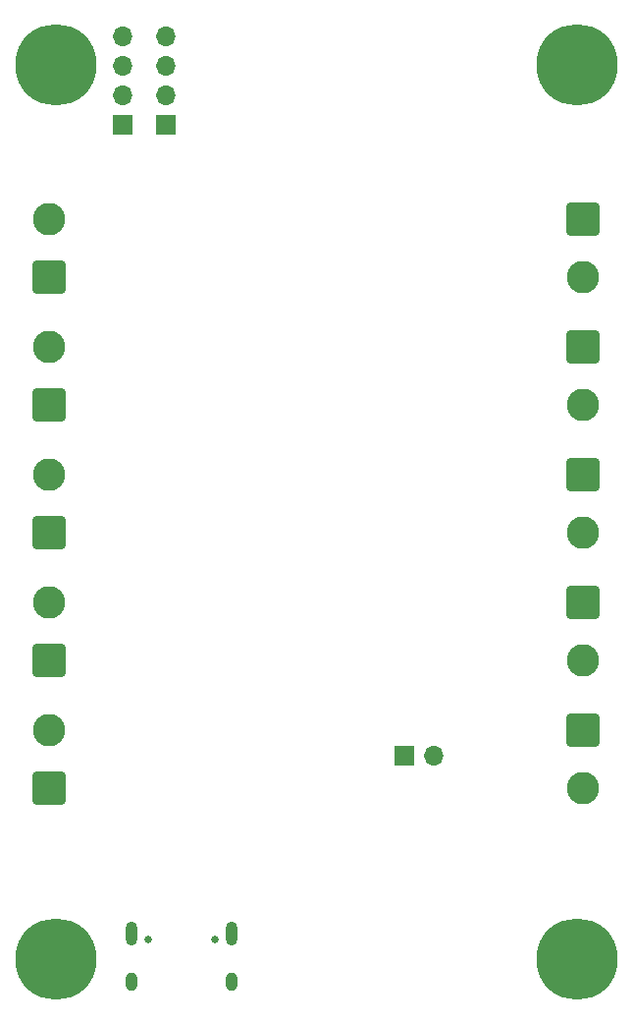
<source format=gbr>
%TF.GenerationSoftware,KiCad,Pcbnew,9.0.3*%
%TF.CreationDate,2025-07-12T21:26:52+09:00*%
%TF.ProjectId,AViC m4,41566943-206d-4342-9e6b-696361645f70,rev?*%
%TF.SameCoordinates,Original*%
%TF.FileFunction,Soldermask,Bot*%
%TF.FilePolarity,Negative*%
%FSLAX46Y46*%
G04 Gerber Fmt 4.6, Leading zero omitted, Abs format (unit mm)*
G04 Created by KiCad (PCBNEW 9.0.3) date 2025-07-12 21:26:52*
%MOMM*%
%LPD*%
G01*
G04 APERTURE LIST*
G04 Aperture macros list*
%AMRoundRect*
0 Rectangle with rounded corners*
0 $1 Rounding radius*
0 $2 $3 $4 $5 $6 $7 $8 $9 X,Y pos of 4 corners*
0 Add a 4 corners polygon primitive as box body*
4,1,4,$2,$3,$4,$5,$6,$7,$8,$9,$2,$3,0*
0 Add four circle primitives for the rounded corners*
1,1,$1+$1,$2,$3*
1,1,$1+$1,$4,$5*
1,1,$1+$1,$6,$7*
1,1,$1+$1,$8,$9*
0 Add four rect primitives between the rounded corners*
20,1,$1+$1,$2,$3,$4,$5,0*
20,1,$1+$1,$4,$5,$6,$7,0*
20,1,$1+$1,$6,$7,$8,$9,0*
20,1,$1+$1,$8,$9,$2,$3,0*%
G04 Aperture macros list end*
%ADD10R,1.700000X1.700000*%
%ADD11O,1.700000X1.700000*%
%ADD12RoundRect,0.250001X-1.149999X1.149999X-1.149999X-1.149999X1.149999X-1.149999X1.149999X1.149999X0*%
%ADD13C,2.800000*%
%ADD14RoundRect,0.250001X1.149999X-1.149999X1.149999X1.149999X-1.149999X1.149999X-1.149999X-1.149999X0*%
%ADD15C,7.000000*%
%ADD16C,0.650000*%
%ADD17O,1.000000X2.100000*%
%ADD18O,1.000000X1.600000*%
G04 APERTURE END LIST*
D10*
%TO.C,J12*%
X186250000Y-63600000D03*
D11*
X186250000Y-61060000D03*
X186250000Y-58520000D03*
X186250000Y-55980000D03*
%TD*%
D12*
%TO.C,J13*%
X226032500Y-82750000D03*
D13*
X226032500Y-87750000D03*
%TD*%
D14*
%TO.C,J7*%
X179967500Y-98750000D03*
D13*
X179967500Y-93750000D03*
%TD*%
D15*
%TO.C,H2*%
X225500000Y-58500000D03*
%TD*%
D14*
%TO.C,J9*%
X179967500Y-109750000D03*
D13*
X179967500Y-104750000D03*
%TD*%
D12*
%TO.C,J16*%
X226032500Y-115750000D03*
D13*
X226032500Y-120750000D03*
%TD*%
D15*
%TO.C,H3*%
X225500000Y-135500000D03*
%TD*%
%TO.C,H1*%
X180500000Y-58500000D03*
%TD*%
D14*
%TO.C,J3*%
X179967500Y-76750000D03*
D13*
X179967500Y-71750000D03*
%TD*%
D12*
%TO.C,J14*%
X226032500Y-93750000D03*
D13*
X226032500Y-98750000D03*
%TD*%
D14*
%TO.C,J6*%
X179967500Y-87750000D03*
D13*
X179967500Y-82750000D03*
%TD*%
D12*
%TO.C,J11*%
X226032500Y-71750000D03*
D13*
X226032500Y-76750000D03*
%TD*%
D14*
%TO.C,J10*%
X179967500Y-120750000D03*
D13*
X179967500Y-115750000D03*
%TD*%
D12*
%TO.C,J15*%
X226032500Y-104750000D03*
D13*
X226032500Y-109750000D03*
%TD*%
D16*
%TO.C,J5*%
X188500000Y-133820000D03*
X194280000Y-133820000D03*
D17*
X187070000Y-133320000D03*
D18*
X187070000Y-137500000D03*
D17*
X195710000Y-133320000D03*
D18*
X195710000Y-137500000D03*
%TD*%
D15*
%TO.C,H4*%
X180500000Y-135500000D03*
%TD*%
D10*
%TO.C,J8*%
X210620000Y-117955000D03*
D11*
X213160000Y-117955000D03*
%TD*%
D10*
%TO.C,J2*%
X190000000Y-63620000D03*
D11*
X190000000Y-61080000D03*
X190000000Y-58540000D03*
X190000000Y-56000000D03*
%TD*%
M02*

</source>
